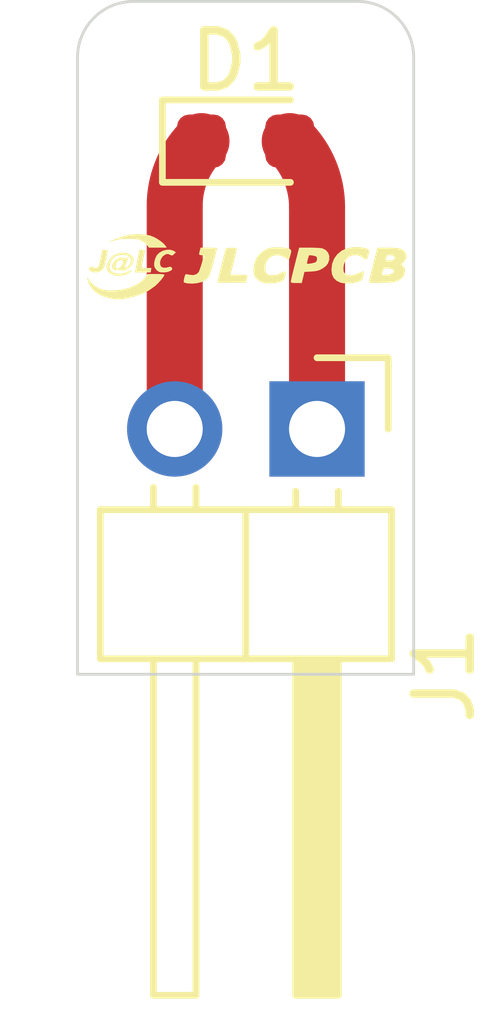
<source format=kicad_pcb>
(kicad_pcb (version 20241229) (generator "pcbnew") (generator_version "9.0")
  (layers (0 "F.Cu" signal) (2 "B.Cu" signal) (13 "F.Paste" user) (15 "B.Paste" user) (5 "F.SilkS" user "F.Silkscreen") (7 "B.SilkS" user "B.Silkscreen") (1 "F.Mask" user) (3 "B.Mask" user) (25 "Edge.Cuts" user))
  (net 0 "")
  (net 1 "Net-(D1-A)")
  (net 2 "Net-(D1-K)")
  (footprint "JLCPCBlogo:JLCPCB mini" (layer "F.Cu") (at 150.021449 102.120755)
    (property "Reference" "G***" (hide yes))
    (property "Value" "LOGO" (hide yes))
    (fp_poly (pts (xy -1.837407 -0.178452) (xy -1.819989 -0.171536) (xy -1.819081 -0.169291) (xy -1.821643 -0.15176) (xy -1.82854 -0.114237) (xy -1.838587 -0.063003) (xy -1.845931 -0.026851) (xy -1.857403 0.030702) (xy -1.866429 0.079414) (xy -1.871807 0.112596) (xy -1.872781 0.122301) (xy -1.865307 0.133129) (xy -1.840036 0.139032) (xy -1.792695 0.140951) (xy -1.787844 0.140961) (xy -1.702907 0.140961) (xy -1.708818 0.181236) (xy -1.714729 0.221511) (xy -1.855691 0.221511) (xy -1.996653 0.221511) (xy -1.990164 0.184592) (xy -1.985168 0.157279) (xy -1.976361 0.110204) (xy -1.964987 0.049976) (xy -1.952291 -0.016782) (xy -1.920908 -0.181238) (xy -1.869994 -0.181238)) (fill yes) (layer "F.SilkS"))
    (fp_poly (pts (xy -2.495059 -0.179573) (xy -2.481912 -0.17167) (xy -2.482385 -0.153168) (xy -2.482828 -0.151032) (xy -2.488481 -0.123812) (xy -2.497646 -0.078975) (xy -2.508543 -0.025229) (xy -2.510926 -0.013426) (xy -2.527134 0.061263) (xy -2.542092 0.114403) (xy -2.558038 0.151066) (xy -2.577209 0.176327) (xy -2.601843 0.195258) (xy -2.603371 0.196198) (xy -2.651527 0.215306) (xy -2.706163 0.221856) (xy -2.757543 0.215925) (xy -2.795931 0.197591) (xy -2.799102 0.194661) (xy -2.821898 0.16549) (xy -2.820537 0.144222) (xy -2.794537 0.126091) (xy -2.792026 0.124927) (xy -2.762142 0.116198) (xy -2.742544 0.125026) (xy -2.742353 0.125215) (xy -2.71249 0.139264) (xy -2.677079 0.137313) (xy -2.652882 0.122576) (xy -2.644079 0.102365) (xy -2.6322 0.062081) (xy -2.618971 0.008067) (xy -2.609025 -0.038524) (xy -2.580426 -0.181238) (xy -2.528409 -0.181238)) (fill yes) (layer "F.SilkS"))
    (fp_poly (pts (xy -0.197773 -0.216949) (xy -0.17991 -0.212103) (xy -0.179677 -0.196242) (xy -0.185657 -0.15888) (xy -0.196949 -0.104408) (xy -0.212655 -0.037217) (xy -0.228864 0.026849) (xy -0.24817 0.100877) (xy -0.264879 0.165269) (xy -0.2779 0.215796) (xy -0.286143 0.248229) (xy -0.288579 0.258429) (xy -0.276089 0.259787) (xy -0.242207 0.260882) (xy -0.192391 0.261587) (xy -0.1432 0.261785) (xy -0.083396 0.262428) (xy -0.034083 0.264168) (xy -0.001097 0.266723) (xy 0.009624 0.269172) (xy 0.010896 0.285365) (xy 0.005846 0.318282) (xy 0.000926 0.339653) (xy -0.015159 0.402747) (xy -0.265037 0.406396) (xy -0.344194 0.406961) (xy -0.41379 0.406334) (xy -0.469501 0.404646) (xy -0.507007 0.402027) (xy -0.521978 0.398617) (xy -0.520764 0.38289) (xy -0.513511 0.345006) (xy -0.501077 0.288755) (xy -0.484319 0.217929) (xy -0.464096 0.136319) (xy -0.451286 0.086194) (xy -0.373531 -0.2148) (xy -0.282071 -0.218816) (xy -0.23449 -0.219367)) (fill yes) (layer "F.SilkS"))
    (fp_poly (pts (xy -1.827263 -0.457438) (xy -1.730161 -0.43886) (xy -1.72109 -0.436168) (xy -1.657833 -0.410685) (xy -1.591165 -0.374089) (xy -1.528778 -0.331505) (xy -1.478364 -0.288056) (xy -1.452603 -0.257324) (xy -1.429139 -0.221513) (xy -1.588023 -0.221513) (xy -1.746907 -0.221513) (xy -1.776657 -0.261751) (xy -1.805625 -0.290838) (xy -1.847785 -0.321969) (xy -1.876512 -0.338945) (xy -1.907589 -0.354448) (xy -1.935356 -0.364836) (xy -1.966248 -0.371079) (xy -2.006701 -0.374148) (xy -2.06315 -0.375013) (xy -2.11443 -0.374836) (xy -2.196379 -0.37321) (xy -2.259111 -0.368937) (xy -2.310203 -0.361133) (xy -2.35723 -0.348917) (xy -2.368928 -0.345172) (xy -2.412976 -0.331473) (xy -2.445719 -0.322857) (xy -2.460189 -0.321154) (xy -2.460241 -0.3212) (xy -2.452201 -0.328854) (xy -2.423977 -0.342784) (xy -2.380912 -0.360939) (xy -2.328347 -0.381268) (xy -2.271626 -0.401722) (xy -2.216091 -0.420248) (xy -2.167084 -0.434797) (xy -2.158269 -0.437117) (xy -2.050952 -0.456587) (xy -1.937406 -0.463354)) (fill yes) (layer "F.SilkS"))
    (fp_poly (pts (xy -1.311949 -0.168037) (xy -1.302148 -0.162287) (xy -1.265346 -0.138173) (xy -1.297842 -0.105677) (xy -1.321368 -0.084788) (xy -1.340561 -0.080979) (xy -1.368604 -0.092279) (xy -1.372973 -0.094449) (xy -1.404339 -0.107507) (xy -1.42928 -0.107101) (xy -1.460686 -0.094326) (xy -1.501368 -0.063876) (xy -1.530833 -0.020601) (xy -1.546935 0.028272) (xy -1.547532 0.075517) (xy -1.530482 0.113906) (xy -1.524331 0.120282) (xy -1.488092 0.136655) (xy -1.434677 0.134849) (xy -1.380564 0.120958) (xy -1.353533 0.120311) (xy -1.336496 0.139628) (xy -1.32963 0.159885) (xy -1.338691 0.175978) (xy -1.365553 0.194543) (xy -1.409777 0.211315) (xy -1.467129 0.220179) (xy -1.524759 0.220003) (xy -1.564007 0.21203) (xy -1.606798 0.184076) (xy -1.639872 0.140094) (xy -1.652801 0.103957) (xy -1.653219 0.047224) (xy -1.638151 -0.017061) (xy -1.610702 -0.077077) (xy -1.601636 -0.090923) (xy -1.557119 -0.134313) (xy -1.498173 -0.165558) (xy -1.432518 -0.182819) (xy -1.367871 -0.184259)) (fill yes) (layer "F.SilkS"))
    (fp_poly (pts (xy -1.550954 0.249253) (xy -1.50451 0.25199) (xy -1.478591 0.25701) (xy -1.47006 0.264663) (xy -1.470033 0.265237) (xy -1.478996 0.286277) (xy -1.5028 0.320338) (xy -1.536814 0.361953) (xy -1.576407 0.405656) (xy -1.616951 0.44598) (xy -1.641489 0.467679) (xy -1.758324 0.549752) (xy -1.890359 0.614082) (xy -2.040605 0.662006) (xy -2.118262 0.679221) (xy -2.192579 0.692742) (xy -2.250183 0.70015) (xy -2.30041 0.701845) (xy -2.352594 0.698224) (xy -2.404381 0.691424) (xy -2.527293 0.663376) (xy -2.632996 0.618484) (xy -2.7199 0.558006) (xy -2.786413 0.483201) (xy -2.830947 0.395329) (xy -2.845406 0.342335) (xy -2.854743 0.295348) (xy -2.828986 0.335623) (xy -2.764056 0.414052) (xy -2.681107 0.478015) (xy -2.638003 0.501224) (xy -2.592557 0.519685) (xy -2.545638 0.531415) (xy -2.487834 0.538278) (xy -2.436629 0.541154) (xy -2.312589 0.537665) (xy -2.190918 0.518104) (xy -2.076102 0.484211) (xy -1.972625 0.437726) (xy -1.884973 0.380391) (xy -1.81763 0.313947) (xy -1.804205 0.295695) (xy -1.772094 0.248544) (xy -1.621063 0.248452)) (fill yes) (layer "F.SilkS"))
    (fp_poly (pts (xy -0.618125 -0.220793) (xy -0.570317 -0.218843) (xy -0.539335 -0.215975) (xy -0.530286 -0.213064) (xy -0.533906 -0.190529) (xy -0.543773 -0.147662) (xy -0.558397 -0.089844) (xy -0.576289 -0.022455) (xy -0.59596 0.049127) (xy -0.615919 0.11952) (xy -0.634679 0.183345) (xy -0.650749 0.235222) (xy -0.662639 0.269772) (xy -0.66639 0.278552) (xy -0.694856 0.318976) (xy -0.7332 0.355696) (xy -0.742308 0.362228) (xy -0.807686 0.393151) (xy -0.889162 0.413146) (xy -0.977779 0.420947) (xy -1.064582 0.415284) (xy -1.087422 0.411096) (xy -1.115466 0.401254) (xy -1.127244 0.38946) (xy -1.127243 0.389191) (xy -1.123376 0.35568) (xy -1.11526 0.316012) (xy -1.105355 0.280022) (xy -1.096118 0.257542) (xy -1.093655 0.254777) (xy -1.074541 0.253348) (xy -1.040105 0.258191) (xy -1.024342 0.261663) (xy -0.956114 0.268376) (xy -0.900591 0.252919) (xy -0.86268 0.219894) (xy -0.85099 0.196209) (xy -0.83515 0.153821) (xy -0.817406 0.100103) (xy -0.800002 0.04243) (xy -0.785185 -0.011825) (xy -0.7752 -0.055289) (xy -0.772204 -0.077194) (xy -0.783678 -0.084263) (xy -0.8117 -0.087262) (xy -0.81221 -0.087263) (xy -0.83807 -0.089809) (xy -0.849838 -0.101146) (xy -0.849244 -0.126821) (xy -0.838354 -0.171169) (xy -0.824373 -0.221513) (xy -0.67733 -0.221513)) (fill yes) (layer "F.SilkS"))
    (fp_poly (pts (xy 2.043241 -0.226815) (xy 2.106068 -0.215875) (xy 2.15428 -0.200898) (xy 2.172665 -0.190721) (xy 2.183763 -0.179597) (xy 2.187449 -0.163821) (xy 2.183732 -0.136312) (xy 2.172778 -0.090619) (xy 2.154808 -0.036685) (xy 2.134656 -0.009017) (xy 2.111555 -0.007073) (xy 2.085866 -0.02893) (xy 2.04942 -0.056838) (xy 1.997324 -0.077619) (xy 1.940615 -0.08708) (xy 1.932295 -0.087263) (xy 1.861305 -0.075185) (xy 1.802384 -0.041011) (xy 1.758292 0.012172) (xy 1.73179 0.081275) (xy 1.725105 0.144522) (xy 1.726813 0.190002) (xy 1.734212 0.218353) (xy 1.750711 0.239201) (xy 1.762024 0.248707) (xy 1.81012 0.269985) (xy 1.872523 0.270816) (xy 1.946431 0.251445) (xy 1.999739 0.227921) (xy 2.045652 0.207596) (xy 2.076828 0.199885) (xy 2.087109 0.20237) (xy 2.090906 0.222678) (xy 2.085273 0.262255) (xy 2.078019 0.291429) (xy 2.06459 0.334984) (xy 2.050575 0.360559) (xy 2.029106 0.376277) (xy 1.994907 0.389705) (xy 1.929264 0.406208) (xy 1.852533 0.415633) (xy 1.774829 0.417539) (xy 1.706268 0.411484) (xy 1.673327 0.403718) (xy 1.60066 0.368895) (xy 1.549669 0.318586) (xy 1.519754 0.251935) (xy 1.510306 0.170869) (xy 1.522533 0.067541) (xy 1.557725 -0.024236) (xy 1.613643 -0.102176) (xy 1.688053 -0.163992) (xy 1.778717 -0.2074) (xy 1.883398 -0.230113) (xy 1.904385 -0.231881) (xy 1.97346 -0.232542)) (fill yes) (layer "F.SilkS"))
    (fp_poly (pts (xy 0.652 -0.224242) (xy 0.721823 -0.214553) (xy 0.767765 -0.198189) (xy 0.790988 -0.174738) (xy 0.7928 -0.144389) (xy 0.776623 -0.07996) (xy 0.764376 -0.038085) (xy 0.754748 -0.014982) (xy 0.746428 -0.006873) (xy 0.745033 -0.006713) (xy 0.727601 -0.013422) (xy 0.695829 -0.030705) (xy 0.669084 -0.046988) (xy 0.59563 -0.080023) (xy 0.523319 -0.086794) (xy 0.454995 -0.067831) (xy 0.393505 -0.023667) (xy 0.364577 0.009887) (xy 0.342838 0.054797) (xy 0.331524 0.110653) (xy 0.331131 0.167625) (xy 0.342156 0.215887) (xy 0.353218 0.235097) (xy 0.389805 0.260262) (xy 0.442422 0.270364) (xy 0.504975 0.265558) (xy 0.571369 0.245995) (xy 0.607835 0.228717) (xy 0.65524 0.205845) (xy 0.68387 0.201119) (xy 0.69569 0.216192) (xy 0.692666 0.252718) (xy 0.682811 0.291785) (xy 0.669168 0.335145) (xy 0.654884 0.360602) (xy 0.632956 0.376334) (xy 0.599092 0.389576) (xy 0.534719 0.406073) (xy 0.460578 0.415759) (xy 0.386057 0.418213) (xy 0.320547 0.413016) (xy 0.282699 0.403741) (xy 0.208217 0.367718) (xy 0.157312 0.3222) (xy 0.127686 0.26362) (xy 0.117044 0.188408) (xy 0.117865 0.147673) (xy 0.135939 0.043315) (xy 0.176824 -0.047318) (xy 0.239711 -0.12299) (xy 0.323792 -0.18247) (xy 0.339894 -0.190764) (xy 0.377458 -0.207966) (xy 0.410809 -0.218901) (xy 0.447909 -0.224921) (xy 0.496722 -0.22738) (xy 0.557134 -0.227666)) (fill yes) (layer "F.SilkS"))
    (fp_poly (pts (xy 1.118143 -0.221438) (xy 1.190304 -0.220442) (xy 1.256869 -0.217772) (xy 1.311149 -0.213814) (xy 1.346452 -0.208954) (xy 1.350203 -0.208033) (xy 1.408907 -0.179068) (xy 1.450502 -0.132311) (xy 1.472169 -0.072703) (xy 1.471089 -0.005184) (xy 1.469718 0.001386) (xy 1.448117 0.060726) (xy 1.410292 0.108709) (xy 1.351438 0.151035) (xy 1.336346 0.159527) (xy 1.293237 0.180268) (xy 1.250589 0.193349) (xy 1.198503 0.201145) (xy 1.146804 0.204979) (xy 1.028439 0.211728) (xy 1.005131 0.310594) (xy 0.981823 0.40946) (xy 0.883591 0.40946) (xy 0.832742 0.408741) (xy 0.803148 0.405614) (xy 0.789229 0.398622) (xy 0.785406 0.386312) (xy 0.785359 0.383829) (xy 0.78763 0.366886) (xy 0.79468 0.33288) (xy 0.806858 0.280376) (xy 0.824517 0.207937) (xy 0.848007 0.114127) (xy 0.861672 0.06042) (xy 1.074555 0.06042) (xy 1.075273 0.063927) (xy 1.092951 0.066746) (xy 1.126878 0.063586) (xy 1.167598 0.05623) (xy 1.205657 0.046458) (xy 1.2316 0.036051) (xy 1.234692 0.033895) (xy 1.251147 0.004018) (xy 1.252561 -0.025652) (xy 1.247642 -0.051057) (xy 1.234359 -0.065459) (xy 1.205306 -0.0746) (xy 1.184087 -0.078712) (xy 1.145339 -0.084219) (xy 1.118807 -0.085144) (xy 1.112757 -0.083513) (xy 1.105166 -0.067068) (xy 1.095185 -0.035151) (xy 1.08518 0.002937) (xy 1.077515 0.037895) (xy 1.074555 0.06042) (xy 0.861672 0.06042) (xy 0.877679 -0.002489) (xy 0.913884 -0.143348) (xy 0.921066 -0.171169) (xy 0.934068 -0.221513)) (fill yes) (layer "F.SilkS"))
    (fp_poly (pts (xy 2.507626 -0.221438) (xy 2.601943 -0.22013) (xy 2.673814 -0.215662) (xy 2.72755 -0.207085) (xy 2.767466 -0.193447) (xy 2.797872 -0.1738) (xy 2.818375 -0.152965) (xy 2.848491 -0.100807) (xy 2.851845 -0.048412) (xy 2.8285 0.003255) (xy 2.80679 0.028558) (xy 2.760779 0.074568) (xy 2.794976 0.108766) (xy 2.815724 0.133592) (xy 2.824278 0.159823) (xy 2.823748 0.198736) (xy 2.822778 0.209525) (xy 2.808405 0.270704) (xy 2.776153 0.318797) (xy 2.722357 0.358402) (xy 2.691701 0.373961) (xy 2.665192 0.384702) (xy 2.635685 0.392614) (xy 2.598239 0.398271) (xy 2.547911 0.402246) (xy 2.479762 0.405113) (xy 2.406421 0.407054) (xy 2.324015 0.4088) (xy 2.264669 0.409462) (xy 2.224605 0.408675) (xy 2.200041 0.406069) (xy 2.187199 0.401277) (xy 2.182298 0.393932) (xy 2.181553 0.385183) (xy 2.183732 0.368271) (xy 2.190516 0.335023) (xy 2.20228 0.283906) (xy 2.20765 0.261785) (xy 2.411482 0.261785) (xy 2.47688 0.261785) (xy 2.523224 0.259233) (xy 2.563373 0.252801) (xy 2.574884 0.249389) (xy 2.603319 0.231239) (xy 2.616526 0.213443) (xy 2.616482 0.184301) (xy 2.59219 0.163356) (xy 2.545283 0.151644) (xy 2.516159 0.149631) (xy 2.44506 0.147673) (xy 2.428271 0.204729) (xy 2.411482 0.261785) (xy 2.20765 0.261785) (xy 2.219397 0.213391) (xy 2.242241 0.121944) (xy 2.271184 0.008036) (xy 2.271524 0.006711) (xy 2.478776 0.006711) (xy 2.542279 0.006711) (xy 2.583493 0.003489) (xy 2.614329 -0.004658) (xy 2.621891 -0.009398) (xy 2.637169 -0.038249) (xy 2.630197 -0.064757) (xy 2.607795 -0.078802) (xy 2.579589 -0.083818) (xy 2.545942 -0.086727) (xy 2.517236 -0.087029) (xy 2.50385 -0.084224) (xy 2.503752 -0.083818) (xy 2.50045 -0.06998) (xy 2.492389 -0.040769) (xy 2.491264 -0.036831) (xy 2.478776 0.006711) (xy 2.271524 0.006711) (xy 2.306602 -0.129866) (xy 2.31726 -0.171169) (xy 2.330262 -0.221513)) (fill yes) (layer "F.SilkS"))
    (fp_poly (pts (xy -2.127863 -0.121914) (xy -2.078114 -0.098743) (xy -2.041396 -0.065231) (xy -2.021338 -0.02289) (xy -2.021565 0.026767) (xy -2.035521 0.06465) (xy -2.069161 0.112727) (xy -2.113253 0.152086) (xy -2.161559 0.179194) (xy -2.20784 0.190519) (xy -2.244797 0.183142) (xy -2.277505 0.177549) (xy -2.298317 0.182243) (xy -2.339979 0.18674) (xy -2.377586 0.172226) (xy -2.401592 0.142894) (xy -2.403861 0.135861) (xy -2.403813 0.113603) (xy -2.341951 0.113603) (xy -2.335092 0.138685) (xy -2.325873 0.145495) (xy -2.301435 0.152069) (xy -2.281167 0.145071) (xy -2.255328 0.12198) (xy -2.225687 0.083286) (xy -2.212138 0.046302) (xy -2.214291 0.01623) (xy -2.231756 -0.001728) (xy -2.264147 -0.002371) (xy -2.264613 -0.002256) (xy -2.293566 0.014333) (xy -2.318139 0.044074) (xy -2.335283 0.079615) (xy -2.341951 0.113603) (xy -2.403813 0.113603) (xy -2.403768 0.092683) (xy -2.385869 0.049079) (xy -2.355069 0.009083) (xy -2.316277 -0.023271) (xy -2.274399 -0.043951) (xy -2.234342 -0.048921) (xy -2.201013 -0.03415) (xy -2.19918 -0.032394) (xy -2.182975 -0.025059) (xy -2.175565 -0.032394) (xy -2.158557 -0.043574) (xy -2.134728 -0.046645) (xy -2.11699 -0.04102) (xy -2.11443 -0.035186) (xy -2.119661 -0.017568) (xy -2.13327 0.016432) (xy -2.14937 0.052936) (xy -2.166422 0.093775) (xy -2.17612 0.124315) (xy -2.176639 0.136927) (xy -2.159625 0.137374) (xy -2.134211 0.121387) (xy -2.107051 0.094769) (xy -2.084795 0.063319) (xy -2.079309 0.052039) (xy -2.068514 0.000243) (xy -2.082654 -0.042044) (xy -2.12113 -0.073622) (xy -2.147243 -0.084355) (xy -2.203865 -0.092894) (xy -2.267751 -0.087591) (xy -2.327318 -0.070357) (xy -2.365094 -0.048431) (xy -2.407357 -0.00206) (xy -2.435766 0.052013) (xy -2.448749 0.107309) (xy -2.444734 0.15735) (xy -2.423912 0.193953) (xy -2.376586 0.224046) (xy -2.314214 0.2397) (xy -2.244593 0.240579) (xy -2.175523 0.22635) (xy -2.130444 0.206524) (xy -2.095685 0.189799) (xy -2.067764 0.181451) (xy -2.064595 0.181236) (xy -2.051904 0.184076) (xy -2.057283 0.196446) (xy -2.068718 0.209939) (xy -2.112876 0.242762) (xy -2.174806 0.26694) (xy -2.246294 0.280569) (xy -2.319123 0.281745) (xy -2.356079 0.276538) (xy -2.424244 0.252264) (xy -2.47263 0.213073) (xy -2.499172 0.161099) (xy -2.503753 0.124126) (xy -2.494682 0.079877) (xy -2.4711 0.027041) (xy -2.438451 -0.025007) (xy -2.402183 -0.066891) (xy -2.384635 -0.080933) (xy -2.31903 -0.114253) (xy -2.251949 -0.131181) (xy -2.187017 -0.133231)) (fill yes) (layer "F.SilkS"))
  )
  (footprint "LED_SMD:LED_0603_1608Metric" (layer "F.Cu") (at 150 100)
    (property "Reference" "D1" (at 0 -1.43 0) (layer "F.SilkS"))
    (property "Value" "LED")
    (fp_line (start -1.485 -0.735) (end -1.485 0.735) (stroke (width 0.12)) (layer "F.SilkS"))
    (fp_line (start -1.485 0.735) (end 0.8 0.735) (stroke (width 0.12)) (layer "F.SilkS"))
    (fp_line (start 0.8 -0.735) (end -1.485 -0.735) (stroke (width 0.12)) (layer "F.SilkS"))
    (pad "1" smd roundrect (at -0.7875 0) (size 0.875 0.95) (layers "F.Cu" "F.Mask" "F.Paste") (net 2 "Net-(D1-K)"))
    (pad "2" smd roundrect (at 0.7875 0) (size 0.875 0.95) (layers "F.Cu" "F.Mask" "F.Paste") (net 1 "Net-(D1-A)"))
  )
  (footprint "Connector_PinHeader_2.54mm:PinHeader_1x02_P2.54mm_Horizontal" (layer "F.Cu") (at 151.275 105.133 -90)
    (property "Reference" "J1" (at 4.385 -2.27 90) (layer "F.SilkS"))
    (property "Value" "Conn_01x02_Pin")
    (fp_line (start 1.44 3.87) (end 4.1 3.87) (stroke (width 0.12)) (layer "F.SilkS"))
    (fp_line (start 4.1 3.87) (end 4.1 -1.33) (stroke (width 0.12)) (layer "F.SilkS"))
    (fp_line (start 1.042929 2.92) (end 1.44 2.92) (stroke (width 0.12)) (layer "F.SilkS"))
    (fp_line (start 10.1 2.92) (end 4.1 2.92) (stroke (width 0.12)) (layer "F.SilkS"))
    (fp_line (start 1.042929 2.16) (end 1.44 2.16) (stroke (width 0.12)) (layer "F.SilkS"))
    (fp_line (start 4.1 2.16) (end 10.1 2.16) (stroke (width 0.12)) (layer "F.SilkS"))
    (fp_line (start 10.1 2.16) (end 10.1 2.92) (stroke (width 0.12)) (layer "F.SilkS"))
    (fp_line (start 1.44 1.27) (end 4.1 1.27) (stroke (width 0.12)) (layer "F.SilkS"))
    (fp_line (start 1.11 0.38) (end 1.44 0.38) (stroke (width 0.12)) (layer "F.SilkS"))
    (fp_line (start 10.1 0.38) (end 4.1 0.38) (stroke (width 0.12)) (layer "F.SilkS"))
    (fp_line (start 4.1 0.28) (end 10.1 0.28) (stroke (width 0.12)) (layer "F.SilkS"))
    (fp_line (start 4.1 0.16) (end 10.1 0.16) (stroke (width 0.12)) (layer "F.SilkS"))
    (fp_line (start 4.1 0.04) (end 10.1 0.04) (stroke (width 0.12)) (layer "F.SilkS"))
    (fp_line (start -1.27 0) (end -1.27 -1.27) (stroke (width 0.12)) (layer "F.SilkS"))
    (fp_line (start 4.1 -0.08) (end 10.1 -0.08) (stroke (width 0.12)) (layer "F.SilkS"))
    (fp_line (start 4.1 -0.2) (end 10.1 -0.2) (stroke (width 0.12)) (layer "F.SilkS"))
    (fp_line (start 4.1 -0.32) (end 10.1 -0.32) (stroke (width 0.12)) (layer "F.SilkS"))
    (fp_line (start 1.11 -0.38) (end 1.44 -0.38) (stroke (width 0.12)) (layer "F.SilkS"))
    (fp_line (start 4.1 -0.38) (end 10.1 -0.38) (stroke (width 0.12)) (layer "F.SilkS"))
    (fp_line (start 10.1 -0.38) (end 10.1 0.38) (stroke (width 0.12)) (layer "F.SilkS"))
    (fp_line (start -1.27 -1.27) (end 0 -1.27) (stroke (width 0.12)) (layer "F.SilkS"))
    (fp_line (start 1.44 -1.33) (end 1.44 3.87) (stroke (width 0.12)) (layer "F.SilkS"))
    (fp_line (start 4.1 -1.33) (end 1.44 -1.33) (stroke (width 0.12)) (layer "F.SilkS"))
    (pad "1" thru_hole rect (at 0 0 270) (size 1.7 1.7) (drill 1) (layers "*.Cu" "*.Mask") (net 1 "Net-(D1-A)"))
    (pad "2" thru_hole oval (at 0 2.54 270) (size 1.7 1.7) (drill 1) (layers "*.Cu" "*.Mask") (net 2 "Net-(D1-K)"))
  )
  (gr_line (start 147 98.508) (end 147 109.508) (stroke (width 0.05)) (layer "Edge.Cuts"))
  (gr_line (start 148 97.508) (end 152 97.508) (stroke (width 0.05)) (layer "Edge.Cuts"))
  (gr_arc (start 152 97.508) (mid 152.707107 97.800893) (end 153 98.508) (stroke (width 0.05)) (layer "Edge.Cuts"))
  (gr_line (start 147 109.508) (end 153 109.508) (stroke (width 0.05)) (layer "Edge.Cuts"))
  (gr_line (start 153 98.508) (end 153 109.508) (stroke (width 0.05)) (layer "Edge.Cuts"))
  (gr_arc (start 147 98.508) (mid 147.292893 97.800893) (end 148 97.508) (stroke (width 0.05)) (layer "Edge.Cuts"))
  (segment (start 151.275 105.133) (end 151.275 101.176929) (width 1) (layer "F.Cu") (net 1))
  (arc (start 151.275 101.176929) (mid 151.148303 100.53998) (end 150.7875 100) (width 1) (layer "F.Cu") (net 1))
  (segment (start 148.735 105.133) (end 148.735 101.152787) (width 1) (layer "F.Cu") (net 2))
  (arc (start 148.735 101.152787) (mid 148.859098 100.528903) (end 149.2125 100) (width 1) (layer "F.Cu") (net 2))
)
</source>
